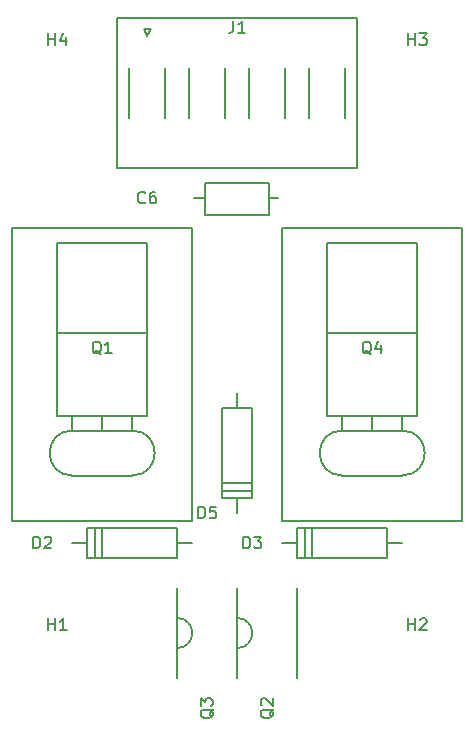
<source format=gto>
G04 #@! TF.FileFunction,Legend,Top*
%FSLAX46Y46*%
G04 Gerber Fmt 4.6, Leading zero omitted, Abs format (unit mm)*
G04 Created by KiCad (PCBNEW 4.0.5+dfsg1-4) date Sat Apr 22 21:18:52 2017*
%MOMM*%
%LPD*%
G01*
G04 APERTURE LIST*
%ADD10C,0.100000*%
%ADD11C,0.150000*%
G04 APERTURE END LIST*
D10*
D11*
X172720000Y-130810000D02*
G75*
G03X172720000Y-128270000I0J1270000D01*
G01*
X172720000Y-133350000D02*
X172720000Y-125730000D01*
X177800000Y-133350000D02*
X177800000Y-125730000D01*
X172720000Y-123190000D02*
X165100000Y-123190000D01*
X165100000Y-123190000D02*
X165100000Y-120650000D01*
X165100000Y-120650000D02*
X172720000Y-120650000D01*
X172720000Y-120650000D02*
X172720000Y-123190000D01*
X165735000Y-123190000D02*
X165735000Y-120650000D01*
X166370000Y-120650000D02*
X166370000Y-123190000D01*
X172720000Y-121920000D02*
X173990000Y-121920000D01*
X165100000Y-121920000D02*
X163830000Y-121920000D01*
X190500000Y-123190000D02*
X182880000Y-123190000D01*
X182880000Y-123190000D02*
X182880000Y-120650000D01*
X182880000Y-120650000D02*
X190500000Y-120650000D01*
X190500000Y-120650000D02*
X190500000Y-123190000D01*
X183515000Y-123190000D02*
X183515000Y-120650000D01*
X184150000Y-120650000D02*
X184150000Y-123190000D01*
X190500000Y-121920000D02*
X191770000Y-121920000D01*
X182880000Y-121920000D02*
X181610000Y-121920000D01*
X177800000Y-130810000D02*
G75*
G03X177800000Y-128270000I0J1270000D01*
G01*
X177800000Y-133350000D02*
X177800000Y-125730000D01*
X182880000Y-133350000D02*
X182880000Y-125730000D01*
X179070000Y-110490000D02*
X179070000Y-118110000D01*
X179070000Y-118110000D02*
X176530000Y-118110000D01*
X176530000Y-118110000D02*
X176530000Y-110490000D01*
X176530000Y-110490000D02*
X179070000Y-110490000D01*
X179070000Y-117475000D02*
X176530000Y-117475000D01*
X176530000Y-116840000D02*
X179070000Y-116840000D01*
X177800000Y-110490000D02*
X177800000Y-109220000D01*
X177800000Y-118110000D02*
X177800000Y-119380000D01*
X180515260Y-92710000D02*
X181277260Y-92710000D01*
X175054260Y-92710000D02*
X174165260Y-92710000D01*
X180515260Y-91440000D02*
X180515260Y-94107000D01*
X180515260Y-94107000D02*
X175054260Y-94107000D01*
X175054260Y-94107000D02*
X175054260Y-91440000D01*
X175054260Y-91440000D02*
X180515260Y-91440000D01*
X158750000Y-95250000D02*
X158750000Y-120015000D01*
X173990000Y-95250000D02*
X158750000Y-95250000D01*
X173990000Y-120015000D02*
X173990000Y-95250000D01*
X158750000Y-120015000D02*
X173990000Y-120015000D01*
X163830000Y-116205000D02*
X168910000Y-116205000D01*
X163830000Y-112395000D02*
X168910000Y-112395000D01*
X163830000Y-112395000D02*
G75*
G03X163830000Y-116205000I0J-1905000D01*
G01*
X168910000Y-111125000D02*
X168910000Y-112395000D01*
X166370000Y-111125000D02*
X166370000Y-112395000D01*
X163830000Y-111125000D02*
X163830000Y-112395000D01*
X162560000Y-104140000D02*
X170180000Y-104140000D01*
X162560000Y-96520000D02*
X170180000Y-96520000D01*
X170180000Y-96520000D02*
X170180000Y-111125000D01*
X170180000Y-111125000D02*
X162560000Y-111125000D01*
X162560000Y-111125000D02*
X162560000Y-96520000D01*
X168910000Y-116205000D02*
G75*
G03X168910000Y-112395000I0J1905000D01*
G01*
X181610000Y-95250000D02*
X181610000Y-120015000D01*
X196850000Y-95250000D02*
X181610000Y-95250000D01*
X196850000Y-120015000D02*
X196850000Y-95250000D01*
X181610000Y-120015000D02*
X196850000Y-120015000D01*
X186690000Y-116205000D02*
X191770000Y-116205000D01*
X186690000Y-112395000D02*
X191770000Y-112395000D01*
X186690000Y-112395000D02*
G75*
G03X186690000Y-116205000I0J-1905000D01*
G01*
X191770000Y-111125000D02*
X191770000Y-112395000D01*
X189230000Y-111125000D02*
X189230000Y-112395000D01*
X186690000Y-111125000D02*
X186690000Y-112395000D01*
X185420000Y-104140000D02*
X193040000Y-104140000D01*
X185420000Y-96520000D02*
X193040000Y-96520000D01*
X193040000Y-96520000D02*
X193040000Y-111125000D01*
X193040000Y-111125000D02*
X185420000Y-111125000D01*
X185420000Y-111125000D02*
X185420000Y-96520000D01*
X191770000Y-116205000D02*
G75*
G03X191770000Y-112395000I0J1905000D01*
G01*
X167640000Y-77470000D02*
X167640000Y-90170000D01*
X167640000Y-90170000D02*
X187960000Y-90170000D01*
X187960000Y-90170000D02*
X187960000Y-77470000D01*
X187960000Y-77470000D02*
X167640000Y-77470000D01*
X168680000Y-85970000D02*
X168680000Y-81670000D01*
X171680000Y-81670000D02*
X171680000Y-85970000D01*
X173760000Y-85970000D02*
X173760000Y-81670000D01*
X176760000Y-81670000D02*
X176760000Y-85970000D01*
X178840000Y-85970000D02*
X178840000Y-81670000D01*
X181840000Y-81670000D02*
X181840000Y-85970000D01*
X183920000Y-85970000D02*
X183920000Y-81670000D01*
X186920000Y-81670000D02*
X186920000Y-85970000D01*
X170180000Y-78970000D02*
X170480000Y-78370000D01*
X170480000Y-78370000D02*
X169880000Y-78370000D01*
X169880000Y-78370000D02*
X170180000Y-78970000D01*
X175807619Y-135985238D02*
X175760000Y-136080476D01*
X175664762Y-136175714D01*
X175521905Y-136318571D01*
X175474286Y-136413810D01*
X175474286Y-136509048D01*
X175712381Y-136461429D02*
X175664762Y-136556667D01*
X175569524Y-136651905D01*
X175379048Y-136699524D01*
X175045714Y-136699524D01*
X174855238Y-136651905D01*
X174760000Y-136556667D01*
X174712381Y-136461429D01*
X174712381Y-136270952D01*
X174760000Y-136175714D01*
X174855238Y-136080476D01*
X175045714Y-136032857D01*
X175379048Y-136032857D01*
X175569524Y-136080476D01*
X175664762Y-136175714D01*
X175712381Y-136270952D01*
X175712381Y-136461429D01*
X174712381Y-135699524D02*
X174712381Y-135080476D01*
X175093333Y-135413810D01*
X175093333Y-135270952D01*
X175140952Y-135175714D01*
X175188571Y-135128095D01*
X175283810Y-135080476D01*
X175521905Y-135080476D01*
X175617143Y-135128095D01*
X175664762Y-135175714D01*
X175712381Y-135270952D01*
X175712381Y-135556667D01*
X175664762Y-135651905D01*
X175617143Y-135699524D01*
X160551905Y-122372381D02*
X160551905Y-121372381D01*
X160790000Y-121372381D01*
X160932858Y-121420000D01*
X161028096Y-121515238D01*
X161075715Y-121610476D01*
X161123334Y-121800952D01*
X161123334Y-121943810D01*
X161075715Y-122134286D01*
X161028096Y-122229524D01*
X160932858Y-122324762D01*
X160790000Y-122372381D01*
X160551905Y-122372381D01*
X161504286Y-121467619D02*
X161551905Y-121420000D01*
X161647143Y-121372381D01*
X161885239Y-121372381D01*
X161980477Y-121420000D01*
X162028096Y-121467619D01*
X162075715Y-121562857D01*
X162075715Y-121658095D01*
X162028096Y-121800952D01*
X161456667Y-122372381D01*
X162075715Y-122372381D01*
X178331905Y-122372381D02*
X178331905Y-121372381D01*
X178570000Y-121372381D01*
X178712858Y-121420000D01*
X178808096Y-121515238D01*
X178855715Y-121610476D01*
X178903334Y-121800952D01*
X178903334Y-121943810D01*
X178855715Y-122134286D01*
X178808096Y-122229524D01*
X178712858Y-122324762D01*
X178570000Y-122372381D01*
X178331905Y-122372381D01*
X179236667Y-121372381D02*
X179855715Y-121372381D01*
X179522381Y-121753333D01*
X179665239Y-121753333D01*
X179760477Y-121800952D01*
X179808096Y-121848571D01*
X179855715Y-121943810D01*
X179855715Y-122181905D01*
X179808096Y-122277143D01*
X179760477Y-122324762D01*
X179665239Y-122372381D01*
X179379524Y-122372381D01*
X179284286Y-122324762D01*
X179236667Y-122277143D01*
X180887619Y-135985238D02*
X180840000Y-136080476D01*
X180744762Y-136175714D01*
X180601905Y-136318571D01*
X180554286Y-136413810D01*
X180554286Y-136509048D01*
X180792381Y-136461429D02*
X180744762Y-136556667D01*
X180649524Y-136651905D01*
X180459048Y-136699524D01*
X180125714Y-136699524D01*
X179935238Y-136651905D01*
X179840000Y-136556667D01*
X179792381Y-136461429D01*
X179792381Y-136270952D01*
X179840000Y-136175714D01*
X179935238Y-136080476D01*
X180125714Y-136032857D01*
X180459048Y-136032857D01*
X180649524Y-136080476D01*
X180744762Y-136175714D01*
X180792381Y-136270952D01*
X180792381Y-136461429D01*
X179887619Y-135651905D02*
X179840000Y-135604286D01*
X179792381Y-135509048D01*
X179792381Y-135270952D01*
X179840000Y-135175714D01*
X179887619Y-135128095D01*
X179982857Y-135080476D01*
X180078095Y-135080476D01*
X180220952Y-135128095D01*
X180792381Y-135699524D01*
X180792381Y-135080476D01*
X174521905Y-119832381D02*
X174521905Y-118832381D01*
X174760000Y-118832381D01*
X174902858Y-118880000D01*
X174998096Y-118975238D01*
X175045715Y-119070476D01*
X175093334Y-119260952D01*
X175093334Y-119403810D01*
X175045715Y-119594286D01*
X174998096Y-119689524D01*
X174902858Y-119784762D01*
X174760000Y-119832381D01*
X174521905Y-119832381D01*
X175998096Y-118832381D02*
X175521905Y-118832381D01*
X175474286Y-119308571D01*
X175521905Y-119260952D01*
X175617143Y-119213333D01*
X175855239Y-119213333D01*
X175950477Y-119260952D01*
X175998096Y-119308571D01*
X176045715Y-119403810D01*
X176045715Y-119641905D01*
X175998096Y-119737143D01*
X175950477Y-119784762D01*
X175855239Y-119832381D01*
X175617143Y-119832381D01*
X175521905Y-119784762D01*
X175474286Y-119737143D01*
X170013334Y-93067143D02*
X169965715Y-93114762D01*
X169822858Y-93162381D01*
X169727620Y-93162381D01*
X169584762Y-93114762D01*
X169489524Y-93019524D01*
X169441905Y-92924286D01*
X169394286Y-92733810D01*
X169394286Y-92590952D01*
X169441905Y-92400476D01*
X169489524Y-92305238D01*
X169584762Y-92210000D01*
X169727620Y-92162381D01*
X169822858Y-92162381D01*
X169965715Y-92210000D01*
X170013334Y-92257619D01*
X170870477Y-92162381D02*
X170680000Y-92162381D01*
X170584762Y-92210000D01*
X170537143Y-92257619D01*
X170441905Y-92400476D01*
X170394286Y-92590952D01*
X170394286Y-92971905D01*
X170441905Y-93067143D01*
X170489524Y-93114762D01*
X170584762Y-93162381D01*
X170775239Y-93162381D01*
X170870477Y-93114762D01*
X170918096Y-93067143D01*
X170965715Y-92971905D01*
X170965715Y-92733810D01*
X170918096Y-92638571D01*
X170870477Y-92590952D01*
X170775239Y-92543333D01*
X170584762Y-92543333D01*
X170489524Y-92590952D01*
X170441905Y-92638571D01*
X170394286Y-92733810D01*
X161798095Y-129302381D02*
X161798095Y-128302381D01*
X161798095Y-128778571D02*
X162369524Y-128778571D01*
X162369524Y-129302381D02*
X162369524Y-128302381D01*
X163369524Y-129302381D02*
X162798095Y-129302381D01*
X163083809Y-129302381D02*
X163083809Y-128302381D01*
X162988571Y-128445238D01*
X162893333Y-128540476D01*
X162798095Y-128588095D01*
X192278095Y-129302381D02*
X192278095Y-128302381D01*
X192278095Y-128778571D02*
X192849524Y-128778571D01*
X192849524Y-129302381D02*
X192849524Y-128302381D01*
X193278095Y-128397619D02*
X193325714Y-128350000D01*
X193420952Y-128302381D01*
X193659048Y-128302381D01*
X193754286Y-128350000D01*
X193801905Y-128397619D01*
X193849524Y-128492857D01*
X193849524Y-128588095D01*
X193801905Y-128730952D01*
X193230476Y-129302381D01*
X193849524Y-129302381D01*
X192278095Y-79772381D02*
X192278095Y-78772381D01*
X192278095Y-79248571D02*
X192849524Y-79248571D01*
X192849524Y-79772381D02*
X192849524Y-78772381D01*
X193230476Y-78772381D02*
X193849524Y-78772381D01*
X193516190Y-79153333D01*
X193659048Y-79153333D01*
X193754286Y-79200952D01*
X193801905Y-79248571D01*
X193849524Y-79343810D01*
X193849524Y-79581905D01*
X193801905Y-79677143D01*
X193754286Y-79724762D01*
X193659048Y-79772381D01*
X193373333Y-79772381D01*
X193278095Y-79724762D01*
X193230476Y-79677143D01*
X161798095Y-79772381D02*
X161798095Y-78772381D01*
X161798095Y-79248571D02*
X162369524Y-79248571D01*
X162369524Y-79772381D02*
X162369524Y-78772381D01*
X163274286Y-79105714D02*
X163274286Y-79772381D01*
X163036190Y-78724762D02*
X162798095Y-79439048D01*
X163417143Y-79439048D01*
X166274762Y-105957619D02*
X166179524Y-105910000D01*
X166084286Y-105814762D01*
X165941429Y-105671905D01*
X165846190Y-105624286D01*
X165750952Y-105624286D01*
X165798571Y-105862381D02*
X165703333Y-105814762D01*
X165608095Y-105719524D01*
X165560476Y-105529048D01*
X165560476Y-105195714D01*
X165608095Y-105005238D01*
X165703333Y-104910000D01*
X165798571Y-104862381D01*
X165989048Y-104862381D01*
X166084286Y-104910000D01*
X166179524Y-105005238D01*
X166227143Y-105195714D01*
X166227143Y-105529048D01*
X166179524Y-105719524D01*
X166084286Y-105814762D01*
X165989048Y-105862381D01*
X165798571Y-105862381D01*
X167179524Y-105862381D02*
X166608095Y-105862381D01*
X166893809Y-105862381D02*
X166893809Y-104862381D01*
X166798571Y-105005238D01*
X166703333Y-105100476D01*
X166608095Y-105148095D01*
X189134762Y-105957619D02*
X189039524Y-105910000D01*
X188944286Y-105814762D01*
X188801429Y-105671905D01*
X188706190Y-105624286D01*
X188610952Y-105624286D01*
X188658571Y-105862381D02*
X188563333Y-105814762D01*
X188468095Y-105719524D01*
X188420476Y-105529048D01*
X188420476Y-105195714D01*
X188468095Y-105005238D01*
X188563333Y-104910000D01*
X188658571Y-104862381D01*
X188849048Y-104862381D01*
X188944286Y-104910000D01*
X189039524Y-105005238D01*
X189087143Y-105195714D01*
X189087143Y-105529048D01*
X189039524Y-105719524D01*
X188944286Y-105814762D01*
X188849048Y-105862381D01*
X188658571Y-105862381D01*
X189944286Y-105195714D02*
X189944286Y-105862381D01*
X189706190Y-104814762D02*
X189468095Y-105529048D01*
X190087143Y-105529048D01*
X177466667Y-77722381D02*
X177466667Y-78436667D01*
X177419047Y-78579524D01*
X177323809Y-78674762D01*
X177180952Y-78722381D01*
X177085714Y-78722381D01*
X178466667Y-78722381D02*
X177895238Y-78722381D01*
X178180952Y-78722381D02*
X178180952Y-77722381D01*
X178085714Y-77865238D01*
X177990476Y-77960476D01*
X177895238Y-78008095D01*
M02*

</source>
